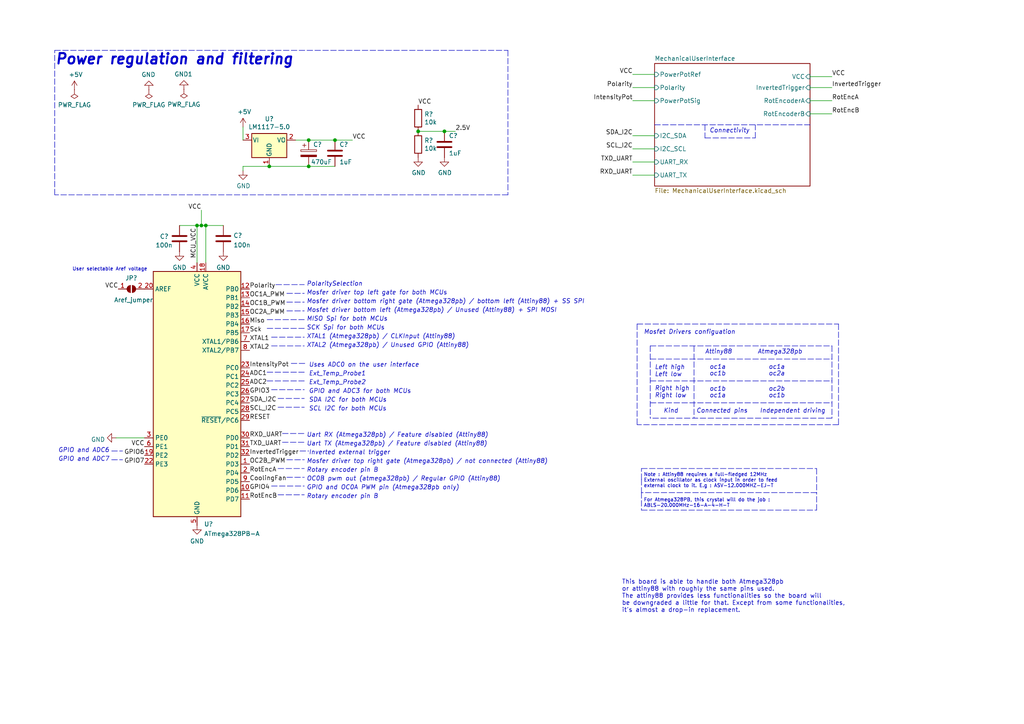
<source format=kicad_sch>
(kicad_sch (version 20211123) (generator eeschema)
  (paper "A4")
  (lib_symbols
    (symbol "Device:C" (pin_numbers hide) (pin_names (offset 0.254))
      (property "Reference" "C" (at 0.635 2.54 0))
      (property "Value" "C" (at 0.635 -2.54 0))
      (symbol "C_0_1"
        (polyline (pts (xy -2.032 -0.762) (xy 2.032 -0.762)) (stroke (width 0.508)))
        (polyline (pts (xy -2.032 0.762) (xy 2.032 0.762)) (stroke (width 0.508)))
      )
      (symbol "C_1_1"
        (pin passive line (at 0 3.81 270) (length 2.794) (name "~") (number "1"))
        (pin passive line (at 0 -3.81 90) (length 2.794) (name "~") (number "2"))
      )
    )
    (symbol "Device:CP" (pin_numbers hide) (pin_names (offset 0.254))
      (property "Reference" "C" (at 0.635 2.54 0))
      (property "Value" "Device_CP" (at 0.635 -2.54 0))
      (symbol "CP_0_1"
        (rectangle (start -2.286 0.508) (end 2.286 1.016))
        (polyline (pts (xy -1.778 2.286) (xy -0.762 2.286)))
        (polyline (pts (xy -1.27 2.794) (xy -1.27 1.778)))
        (rectangle (start 2.286 -0.508) (end -2.286 -1.016) (fill (type outline)))
      )
      (symbol "CP_1_1"
        (pin passive line (at 0 3.81 270) (length 2.794) (name "~") (number "1"))
        (pin passive line (at 0 -3.81 90) (length 2.794) (name "~") (number "2"))
      )
    )
    (symbol "Device:R" (pin_numbers hide) (pin_names (offset 0))
      (property "Reference" "R" (at 2.032 0 90))
      (property "Value" "R" (at 0 0 90))
      (symbol "R_0_1"
        (rectangle (start -1.016 -2.54) (end 1.016 2.54) (stroke (width 0.254)))
      )
      (symbol "R_1_1"
        (pin passive line (at 0 3.81 270) (length 1.27) (name "~") (number "1"))
        (pin passive line (at 0 -3.81 90) (length 1.27) (name "~") (number "2"))
      )
    )
    (symbol "Jumper:SolderJumper_2_Open" (pin_names (offset 0) hide)
      (property "Reference" "JP" (at 0 2.032 0))
      (property "Value" "SolderJumper_2_Open" (at 0 -2.54 0))
      (symbol "SolderJumper_2_Open_0_1"
        (arc (start -0.254 1.016) (mid -1.27 0) (end -0.254 -1.016))
        (arc (start -0.254 1.016) (mid -1.27 0) (end -0.254 -1.016) (fill (type outline)))
        (polyline (pts (xy -0.254 1.016) (xy -0.254 -1.016)))
        (polyline (pts (xy 0.254 1.016) (xy 0.254 -1.016)))
        (arc (start 0.254 -1.016) (mid 1.27 0) (end 0.254 1.016))
        (arc (start 0.254 -1.016) (mid 1.27 0) (end 0.254 1.016) (fill (type outline)))
      )
      (symbol "SolderJumper_2_Open_1_1"
        (pin passive line (at -3.81 0 0) (length 2.54) (name "A") (number "1"))
        (pin passive line (at 3.81 0 180) (length 2.54) (name "B") (number "2"))
      )
    )
    (symbol "MCU_Microchip_ATmega:ATmega328PB-A"
      (property "Reference" "U" (at -12.7 36.83 0))
      (property "Value" "ATmega328PB-A" (at 2.54 -36.83 0))
      (symbol "ATmega328PB-A_0_1"
        (rectangle (start -12.7 -35.56) (end 12.7 35.56) (stroke (width 0.254)) (fill (type background)))
      )
      (symbol "ATmega328PB-A_1_1"
        (pin bidirectional line (at 15.24 -20.32 180) (length 2.54) (name "PD3") (number "1"))
        (pin bidirectional line (at 15.24 -27.94 180) (length 2.54) (name "PD6") (number "10"))
        (pin bidirectional line (at 15.24 -30.48 180) (length 2.54) (name "PD7") (number "11"))
        (pin bidirectional line (at 15.24 30.48 180) (length 2.54) (name "PB0") (number "12"))
        (pin bidirectional line (at 15.24 27.94 180) (length 2.54) (name "PB1") (number "13"))
        (pin bidirectional line (at 15.24 25.4 180) (length 2.54) (name "PB2") (number "14"))
        (pin bidirectional line (at 15.24 22.86 180) (length 2.54) (name "PB3") (number "15"))
        (pin bidirectional line (at 15.24 20.32 180) (length 2.54) (name "PB4") (number "16"))
        (pin bidirectional line (at 15.24 17.78 180) (length 2.54) (name "PB5") (number "17"))
        (pin power_in line (at 2.54 38.1 270) (length 2.54) (name "AVCC") (number "18"))
        (pin bidirectional line (at -15.24 -17.78 0) (length 2.54) (name "PE2") (number "19"))
        (pin bidirectional line (at 15.24 -22.86 180) (length 2.54) (name "PD4") (number "2"))
        (pin passive line (at -15.24 30.48 0) (length 2.54) (name "AREF") (number "20"))
        (pin passive line (at 0 -38.1 90) (length 2.54) hide (name "GND") (number "21"))
        (pin bidirectional line (at -15.24 -20.32 0) (length 2.54) (name "PE3") (number "22"))
        (pin bidirectional line (at 15.24 7.62 180) (length 2.54) (name "PC0") (number "23"))
        (pin bidirectional line (at 15.24 5.08 180) (length 2.54) (name "PC1") (number "24"))
        (pin bidirectional line (at 15.24 2.54 180) (length 2.54) (name "PC2") (number "25"))
        (pin bidirectional line (at 15.24 0 180) (length 2.54) (name "PC3") (number "26"))
        (pin bidirectional line (at 15.24 -2.54 180) (length 2.54) (name "PC4") (number "27"))
        (pin bidirectional line (at 15.24 -5.08 180) (length 2.54) (name "PC5") (number "28"))
        (pin bidirectional line (at 15.24 -7.62 180) (length 2.54) (name "~{RESET}/PC6") (number "29"))
        (pin bidirectional line (at -15.24 -12.7 0) (length 2.54) (name "PE0") (number "3"))
        (pin bidirectional line (at 15.24 -12.7 180) (length 2.54) (name "PD0") (number "30"))
        (pin bidirectional line (at 15.24 -15.24 180) (length 2.54) (name "PD1") (number "31"))
        (pin bidirectional line (at 15.24 -17.78 180) (length 2.54) (name "PD2") (number "32"))
        (pin power_in line (at 0 38.1 270) (length 2.54) (name "VCC") (number "4"))
        (pin power_in line (at 0 -38.1 90) (length 2.54) (name "GND") (number "5"))
        (pin bidirectional line (at -15.24 -15.24 0) (length 2.54) (name "PE1") (number "6"))
        (pin bidirectional line (at 15.24 15.24 180) (length 2.54) (name "XTAL1/PB6") (number "7"))
        (pin bidirectional line (at 15.24 12.7 180) (length 2.54) (name "XTAL2/PB7") (number "8"))
        (pin bidirectional line (at 15.24 -25.4 180) (length 2.54) (name "PD5") (number "9"))
      )
    )
    (symbol "Regulator_Linear:LM1117-5.0" (pin_names (offset 0.254))
      (property "Reference" "U" (at -3.81 3.175 0))
      (property "Value" "LM1117-5.0" (at 0 3.175 0))
      (symbol "LM1117-5.0_0_1"
        (rectangle (start -5.08 -5.08) (end 5.08 1.905) (stroke (width 0.254)) (fill (type background)))
      )
      (symbol "LM1117-5.0_1_1"
        (pin power_in line (at 0 -7.62 90) (length 2.54) (name "GND") (number "1"))
        (pin power_out line (at 7.62 0 180) (length 2.54) (name "VO") (number "2"))
        (pin power_in line (at -7.62 0 0) (length 2.54) (name "VI") (number "3"))
      )
    )
    (symbol "power:+5V" (power) (pin_names (offset 0))
      (property "Value" "+5V" (at 0 3.556 0))
      (symbol "+5V_0_1"
        (polyline (pts (xy -0.762 1.27) (xy 0 2.54)))
        (polyline (pts (xy 0 0) (xy 0 2.54)))
        (polyline (pts (xy 0 2.54) (xy 0.762 1.27)))
      )
      (symbol "+5V_1_1"
        (pin power_in line (at 0 0 90) (length 0) hide (name "+5V") (number "1"))
      )
    )
    (symbol "power:GND" (power) (pin_names (offset 0))
      (property "Value" "GND" (at 0 -3.81 0))
      (symbol "GND_0_1"
        (polyline (pts (xy 0 0) (xy 0 -1.27) (xy 1.27 -1.27) (xy 0 -2.54) (xy -1.27 -1.27) (xy 0 -1.27)))
      )
      (symbol "GND_1_1"
        (pin power_in line (at 0 0 270) (length 0) hide (name "GND") (number "1"))
      )
    )
    (symbol "power:GND1" (power) (pin_names (offset 0))
      (property "Value" "GND1" (at 0 -3.81 0))
      (symbol "GND1_0_1"
        (polyline (pts (xy 0 0) (xy 0 -1.27) (xy 1.27 -1.27) (xy 0 -2.54) (xy -1.27 -1.27) (xy 0 -1.27)))
      )
      (symbol "GND1_1_1"
        (pin power_in line (at 0 0 270) (length 0) hide (name "GND1") (number "1"))
      )
    )
    (symbol "power:PWR_FLAG" (power) (pin_numbers hide) (pin_names (offset 0) hide)
      (property "Value" "PWR_FLAG" (at 0 3.81 0))
      (symbol "PWR_FLAG_0_0"
        (pin power_out line (at 0 0 90) (length 0) (name "pwr") (number "1"))
      )
      (symbol "PWR_FLAG_0_1"
        (polyline (pts (xy 0 0) (xy 0 1.27) (xy -1.016 1.905) (xy 0 2.54) (xy 1.016 1.905) (xy 0 1.27)))
      )
    )
  )
  (junction (at 97.155 40.64))
  (junction (at 128.905 38.1))
  (junction (at 121.285 38.1))
  (junction (at 59.69 65.405))
  (junction (at 89.535 40.64))
  (junction (at 57.15 65.405))
  (junction (at 89.535 48.26))
  (junction (at 78.105 48.26))
  (junction (at 58.42 65.405))
  (wire (pts (xy 183.515 21.59) (xy 189.865 21.59)))
  (polyline (pts (xy 236.855 135.89) (xy 236.855 142.875)))
  (wire (pts (xy 70.485 36.83) (xy 70.485 40.64)))
  (wire (pts (xy 183.515 25.4) (xy 189.865 25.4)))
  (wire (pts (xy 57.15 65.405) (xy 58.42 65.405)))
  (wire (pts (xy 58.42 65.405) (xy 59.69 65.405)))
  (polyline (pts (xy 15.875 14.605) (xy 147.32 14.605)))
  (wire (pts (xy 33.655 127) (xy 41.91 127)))
  (polyline (pts (xy 83.185 138.43) (xy 88.265 138.43)))
  (polyline (pts (xy 32.385 133.35) (xy 35.56 133.35)))
  (polyline (pts (xy 32.385 130.81) (xy 35.56 130.81)))
  (polyline (pts (xy 80.645 143.51) (xy 88.265 143.51)))
  (wire (pts (xy 58.42 60.96) (xy 58.42 65.405)))
  (polyline (pts (xy 77.47 95.25) (xy 88.265 95.25)))
  (wire (pts (xy 241.3 29.21) (xy 234.95 29.21)))
  (polyline (pts (xy 80.645 115.57) (xy 88.265 115.57)))
  (polyline (pts (xy 188.595 110.49) (xy 241.3 110.49)))
  (polyline (pts (xy 80.645 118.11) (xy 88.265 118.11)))
  (polyline (pts (xy 78.74 113.03) (xy 88.265 113.03)))
  (polyline (pts (xy 241.3 100.33) (xy 241.3 121.285)))
  (wire (pts (xy 128.905 38.1) (xy 132.08 38.1)))
  (polyline (pts (xy 219.075 40.005) (xy 219.075 36.195)))
  (wire (pts (xy 70.485 48.26) (xy 78.105 48.26)))
  (polyline (pts (xy 78.74 100.33) (xy 88.265 100.33)))
  (polyline (pts (xy 81.915 125.73) (xy 88.265 125.73)))
  (polyline (pts (xy 81.915 128.27) (xy 88.265 128.27)))
  (wire (pts (xy 183.515 29.21) (xy 189.865 29.21)))
  (wire (pts (xy 183.515 39.37) (xy 189.865 39.37)))
  (polyline (pts (xy 201.295 100.33) (xy 201.295 121.285)))
  (wire (pts (xy 64.77 65.405) (xy 59.69 65.405)))
  (polyline (pts (xy 236.855 142.875) (xy 186.055 142.875)))
  (polyline (pts (xy 78.74 140.97) (xy 88.265 140.97)))
  (wire (pts (xy 189.865 46.99) (xy 183.515 46.99)))
  (polyline (pts (xy 186.055 139.065) (xy 186.055 135.89)))
  (polyline (pts (xy 243.205 93.98) (xy 243.205 123.19)))
  (polyline (pts (xy 15.875 56.515) (xy 15.875 14.605)))
  (polyline (pts (xy 189.865 36.195) (xy 234.95 36.195)))
  (polyline (pts (xy 77.47 92.71) (xy 88.265 92.71)))
  (wire (pts (xy 85.725 40.64) (xy 89.535 40.64)))
  (polyline (pts (xy 184.785 93.98) (xy 184.785 123.19)))
  (wire (pts (xy 78.105 48.26) (xy 89.535 48.26)))
  (polyline (pts (xy 83.185 85.09) (xy 88.265 85.09)))
  (polyline (pts (xy 78.74 97.79) (xy 88.265 97.79)))
  (wire (pts (xy 121.285 38.1) (xy 128.905 38.1)))
  (polyline (pts (xy 241.3 121.285) (xy 188.595 121.285)))
  (wire (pts (xy 183.515 43.18) (xy 189.865 43.18)))
  (polyline (pts (xy 80.01 82.55) (xy 88.265 82.55)))
  (polyline (pts (xy 147.32 14.605) (xy 147.32 56.515)))
  (wire (pts (xy 241.3 33.02) (xy 234.95 33.02)))
  (polyline (pts (xy 147.32 56.515) (xy 15.875 56.515)))
  (polyline (pts (xy 186.055 139.065) (xy 186.055 142.875)))
  (polyline (pts (xy 77.47 110.49) (xy 88.265 110.49)))
  (polyline (pts (xy 83.185 90.17) (xy 88.265 90.17)))
  (polyline (pts (xy 184.785 93.98) (xy 243.205 93.98)))
  (wire (pts (xy 97.155 40.64) (xy 102.235 40.64)))
  (polyline (pts (xy 186.055 147.955) (xy 236.855 147.955)))
  (wire (pts (xy 234.95 22.225) (xy 241.3 22.225)))
  (wire (pts (xy 57.15 65.405) (xy 57.15 76.2)))
  (wire (pts (xy 70.485 49.53) (xy 70.485 48.26)))
  (wire (pts (xy 189.865 50.8) (xy 183.515 50.8)))
  (polyline (pts (xy 243.205 123.19) (xy 184.785 123.19)))
  (polyline (pts (xy 188.595 104.14) (xy 241.3 104.14)))
  (polyline (pts (xy 83.185 87.63) (xy 88.265 87.63)))
  (wire (pts (xy 241.3 25.4) (xy 234.95 25.4)))
  (polyline (pts (xy 84.455 105.41) (xy 88.9 105.41)))
  (polyline (pts (xy 186.055 142.875) (xy 186.055 147.955)))
  (wire (pts (xy 89.535 48.26) (xy 97.155 48.26)))
  (polyline (pts (xy 188.595 100.33) (xy 188.595 121.285)))
  (polyline (pts (xy 77.47 107.95) (xy 88.265 107.95)))
  (polyline (pts (xy 204.47 36.195) (xy 204.47 40.005)))
  (polyline (pts (xy 236.855 147.955) (xy 236.855 142.875)))
  (wire (pts (xy 89.535 40.64) (xy 97.155 40.64)))
  (polyline (pts (xy 80.645 135.89) (xy 88.265 135.89)))
  (polyline (pts (xy 204.47 40.005) (xy 219.075 40.005)))
  (polyline (pts (xy 188.595 116.84) (xy 241.3 116.84)))
  (polyline (pts (xy 188.595 100.33) (xy 241.3 100.33)))
  (polyline (pts (xy 83.185 133.35) (xy 88.265 133.35)))
  (polyline (pts (xy 86.995 130.81) (xy 89.535 130.81)))
  (wire (pts (xy 52.07 65.405) (xy 57.15 65.405)))
  (wire (pts (xy 59.69 65.405) (xy 59.69 76.2)))
  (polyline (pts (xy 186.055 135.89) (xy 236.855 135.89)))
  (text "GPIO and ADC7" (at 31.75 133.985 180) (effects (font (size 1.27 1.27) italic) (justify right bottom)))
  (text "oc1a" (at 222.885 107.315 0) (effects (font (size 1.27 1.27) italic) (justify left bottom)))
  (text "Rotary encoder pin B" (at 88.9 144.78 0) (effects (font (size 1.27 1.27) italic) (justify left bottom)))
  (text "PolaritySelection " (at 88.9 83.185 0) (effects (font (size 1.27 1.27) italic) (justify left bottom)))
  (text "User selectable Aref voltage" (at 20.955 78.74 0) (effects (font (size 1 1)) (justify left bottom)))
  (text "oc2a" (at 222.885 109.22 0) (effects (font (size 1.27 1.27) italic) (justify left bottom)))
  (text "OC0B pwm out (atmega328pb) / Regular GPIO (Attiny88)" (at 88.9 139.7 0) (effects (font (size 1.27 1.27) italic) (justify left bottom)))
  (text "GPIO and ADC6" (at 31.75 131.445 180) (effects (font (size 1.27 1.27) italic) (justify right bottom)))
  (text "Atmega328pb" (at 219.71 102.87 0) (effects (font (size 1.27 1.27) italic) (justify left bottom)))
  (text "oc1b" (at 205.74 113.665 0) (effects (font (size 1.27 1.27) italic) (justify left bottom)))
  (text "This board is able to handle both Atmega328pb\nor attiny88 with roughly the same pins used.\nThe attiny88 provides less functionalities so the board will\nbe downgraded a little for that. Except from some functionalities, \nit's almost a drop-in replacement." (at 180.34 177.8 0) (effects (font (size 1.27 1.27)) (justify left bottom)))
  (text "XTAL2 (Atmega328pb) / Unused GPIO (Attiny88)" (at 88.9 100.965 0) (effects (font (size 1.27 1.27) italic) (justify left bottom)))
  (text "Mosfet driver bottom left (Atmega328pb) / Unused (Attiny88) + SPI MOSI" (at 88.9 90.805 0) (effects (font (size 1.27 1.27) italic) (justify left bottom)))
  (text "Uses ADC0 on the user interface" (at 89.535 106.68 0) (effects (font (size 1.27 1.27) italic) (justify left bottom)))
  (text "Rotary encoder pin B" (at 88.9 137.16 0) (effects (font (size 1.27 1.27) italic) (justify left bottom)))
  (text "For Atmega328PB, this crystal will do the job :\nABLS-20.000MHz-16-A-4-H-T" (at 186.69 147.32 0) (effects (font (size 1 1)) (justify left bottom)))
  (text "Inverted external trigger " (at 89.535 132.08 0) (effects (font (size 1.27 1.27) italic) (justify left bottom)))
  (text "Connected pins" (at 201.93 120.015 0) (effects (font (size 1.27 1.27) italic) (justify left bottom)))
  (text "oc1b" (at 222.885 115.57 0) (effects (font (size 1.27 1.27) italic) (justify left bottom)))
  (text "Connectivity" (at 205.74 38.735 0) (effects (font (size 1.27 1.27) italic) (justify left bottom)))
  (text "SDA I2C for both MCUs" (at 89.535 116.84 0) (effects (font (size 1.27 1.27) italic) (justify left bottom)))
  (text "MISO Spi for both MCUs" (at 88.9 93.345 0) (effects (font (size 1.27 1.27) italic) (justify left bottom)))
  (text "GPIO and OC0A PWM pin (Atmega328pb only)" (at 88.9 142.24 0) (effects (font (size 1.27 1.27) italic) (justify left bottom)))
  (text "Uart TX (Atmega328pb) / Feature disabled (Attiny88)" (at 88.9 129.54 0) (effects (font (size 1.27 1.27) italic) (justify left bottom)))
  (text "Mosfer driver bottom right gate (Atmega328pb) / bottom left (Attiny88) + SS SPI" (at 88.9 88.265 0) (effects (font (size 1.27 1.27) italic) (justify left bottom)))
  (text "Mosfet Drivers configuation " (at 186.69 97.155 0) (effects (font (size 1.27 1.27) italic) (justify left bottom)))
  (text "Left high\nLeft low\n\nRight high	\nRight low" (at 189.865 115.57 0) (effects (font (size 1.27 1.27) italic) (justify left bottom)))
  (text "Mosfer driver top left gate for both MCUs" (at 88.9 85.725 0) (effects (font (size 1.27 1.27) italic) (justify left bottom)))
  (text "Ext_Temp_Probe2" (at 89.535 111.76 0) (effects (font (size 1.27 1.27) italic) (justify left bottom)))
  (text "Mosfer driver top right gate (Atmega328pb) / not connected (Attiny88)" (at 88.9 134.62 0) (effects (font (size 1.27 1.27) italic) (justify left bottom)))
  (text "XTAL1 (Atmega328pb) / CLKInput (Attiny88)" (at 88.9 98.425 0) (effects (font (size 1.27 1.27) italic) (justify left bottom)))
  (text "Power regulation and filtering" (at 15.875 19.05 0) (effects (font (size 2.9972 2.9972) (thickness 0.5994) bold italic) (justify left bottom)))
  (text "GPIO and ADC3 for both MCUs" (at 89.535 114.3 0) (effects (font (size 1.27 1.27) italic) (justify left bottom)))
  (text "SCK Spi for both MCUs" (at 88.9 95.885 0) (effects (font (size 1.27 1.27) italic) (justify left bottom)))
  (text "Ext_Temp_Probe1" (at 89.535 109.22 0) (effects (font (size 1.27 1.27) italic) (justify left bottom)))
  (text "Independent driving" (at 220.345 120.015 0) (effects (font (size 1.27 1.27) italic) (justify left bottom)))
  (text "Note : Attiny88 requires a full-fledged 12MHz\nExternal oscillator as clock input in order to feed\nexternal clock to it. E.g : ASV-12.000MHZ-EJ-T" (at 186.69 141.605 0) (effects (font (size 1 1)) (justify left bottom)))
  (text "Attiny88" (at 204.47 102.87 0) (effects (font (size 1.27 1.27) italic) (justify left bottom)))
  (text "oc1a" (at 205.74 107.315 0) (effects (font (size 1.27 1.27) italic) (justify left bottom)))
  (text "oc2b" (at 222.885 113.665 0) (effects (font (size 1.27 1.27) italic) (justify left bottom)))
  (text "Kind" (at 192.405 120.015 0) (effects (font (size 1.27 1.27) italic) (justify left bottom)))
  (text "Uart RX (Atmega328pb) / Feature disabled (Attiny88)" (at 88.9 127 0) (effects (font (size 1.27 1.27) italic) (justify left bottom)))
  (text "oc1b" (at 205.74 109.22 0) (effects (font (size 1.27 1.27) italic) (justify left bottom)))
  (text "SCL I2C for both MCUs" (at 89.535 119.38 0) (effects (font (size 1.27 1.27) italic) (justify left bottom)))
  (text "oc1a" (at 205.74 115.57 0) (effects (font (size 1.27 1.27) italic) (justify left bottom)))
  (label "RotEncA" (at 241.3 29.21 0))
  (label "GPIO3" (at 72.39 114.3 0))
  (label "TXD_UART" (at 183.515 46.99 180))
  (label "VCC" (at 183.515 21.59 180))
  (label "IntensityPot" (at 72.39 106.68 0))
  (label "RXD_UART" (at 72.39 127 0))
  (label "GPIO6" (at 41.91 132.08 180))
  (label "OC1A_PWM" (at 72.39 86.36 0))
  (label "VCC" (at 58.42 60.96 180))
  (label "InvertedTrigger" (at 72.39 132.08 0))
  (label "XTAL2" (at 72.39 101.6 0))
  (label "RXD_UART" (at 183.515 50.8 180))
  (label "RotEncB" (at 241.3 33.02 0))
  (label "VCC" (at 241.3 22.225 0))
  (label "GPIO4" (at 72.39 142.24 0))
  (label "Sck" (at 72.39 96.52 0))
  (label "SDA_I2C" (at 72.39 116.84 0))
  (label "Polarity" (at 72.39 83.82 0))
  (label "IntensityPot" (at 183.515 29.21 180))
  (label "MCU_VCC" (at 57.15 74.93 90))
  (label "2.5V" (at 132.08 38.1 0))
  (label "SCL_I2C" (at 183.515 43.18 180))
  (label "VCC" (at 34.29 83.82 180))
  (label "OC2B_PWM" (at 72.39 134.62 0))
  (label "RotEncA" (at 72.39 137.16 0))
  (label "XTAL1" (at 72.39 99.06 0))
  (label "VCC" (at 102.235 40.64 0))
  (label "InvertedTrigger" (at 241.3 25.4 0))
  (label "RESET" (at 72.39 121.92 0))
  (label "Miso" (at 72.39 93.98 0))
  (label "CoolingFan" (at 72.39 139.7 0))
  (label "SDA_I2C" (at 183.515 39.37 180))
  (label "VCC" (at 121.285 30.48 0))
  (label "ADC1" (at 72.39 109.22 0))
  (label "Polarity" (at 183.515 25.4 180))
  (label "ADC2" (at 72.39 111.76 0))
  (label "RotEncB" (at 72.39 144.78 0))
  (label "OC1B_PWM" (at 72.39 88.9 0))
  (label "OC2A_PWM" (at 72.39 91.44 0))
  (label "TXD_UART" (at 72.39 129.54 0))
  (label "VCC" (at 41.91 129.54 180))
  (label "GPIO7" (at 41.91 134.62 180))
  (label "SCL_I2C" (at 72.39 119.38 0))
  (symbol (lib_id "power:GND") (at 52.07 73.025 0) (unit 1)
    (property "Reference" "#PWR0102" (effects hide))
    (property "Value" "GND" (at 52.07 77.5875 0))
  )
  (symbol (lib_id "Device:C") (at 64.77 69.215 0) (unit 1)
    (property "Reference" "C?" (at 67.691 68.3065 0) (effects (justify left)))
    (property "Value" "100n" (at 67.691 71.0816 0) (effects (justify left)))
  )
  (symbol (lib_id "power:GND") (at 43.18 26.035 180) (unit 1)
    (property "Reference" "#PWR0108" (effects hide))
    (property "Value" "GND" (at 43.053 21.6408 0))
  )
  (symbol (lib_id "power:PWR_FLAG") (at 43.18 26.035 180) (unit 1)
    (property "Reference" "#FLG0101" (effects hide))
    (property "Value" "PWR_FLAG" (at 43.18 30.4292 0))
  )
  (symbol (lib_id "power:+5V") (at 21.59 26.035 0) (unit 1)
    (property "Reference" "#PWR0109" (effects hide))
    (property "Value" "+5V" (at 21.971 21.6408 0))
  )
  (symbol (lib_id "power:GND") (at 70.485 49.53 0) (unit 1)
    (property "Reference" "#PWR0105" (effects hide))
    (property "Value" "GND" (at 70.612 53.9242 0))
  )
  (symbol (lib_id "Device:C") (at 52.07 69.215 0) (unit 1)
    (property "Reference" "C?" (at 46.355 68.58 0) (effects (justify left)))
    (property "Value" "100n" (at 45.085 71.12 0) (effects (justify left)))
  )
  (symbol (lib_id "power:PWR_FLAG") (at 53.34 25.908 180) (unit 1)
    (property "Reference" "#FLG0102" (effects hide))
    (property "Value" "PWR_FLAG" (at 53.34 30.3022 0))
  )
  (symbol (lib_id "power:GND") (at 128.905 45.72 0) (unit 1)
    (property "Reference" "#PWR0110" (effects hide))
    (property "Value" "GND" (at 129.032 50.1142 0))
  )
  (symbol (lib_id "power:GND") (at 57.15 152.4 0) (unit 1)
    (property "Reference" "#PWR0104" (effects hide))
    (property "Value" "GND" (at 57.15 156.9625 0))
  )
  (symbol (lib_id "power:GND") (at 33.655 127 270) (unit 1)
    (property "Reference" "#PWR0101" (effects hide))
    (property "Value" "GND" (at 30.4801 127.479 90) (effects (justify right)))
  )
  (symbol (lib_id "Device:R") (at 121.285 41.91 0) (unit 1)
    (property "Reference" "R?" (at 123.063 40.7416 0) (effects (justify left)))
    (property "Value" "10k" (at 123.063 43.053 0) (effects (justify left)))
    (property "Footprint" "Resistor_SMD:R_1206_3216Metric_Pad1.30x1.75mm_HandSolder" (effects hide))
  )
  (symbol (lib_id "MCU_Microchip_ATmega:ATmega328PB-A") (at 57.15 114.3 0) (unit 1)
    (property "Reference" "U?" (at 59.1694 152.0095 0) (effects (justify left)))
    (property "Value" "ATmega328PB-A" (at 59.1694 154.7846 0) (effects (justify left)))
    (property "Footprint" "Package_QFP:TQFP-32_7x7mm_P0.8mm" (effects hide))
    (property "Datasheet" "http://ww1.microchip.com/downloads/en/DeviceDoc/40001906C.pdf" (effects hide))
  )
  (symbol (lib_id "Regulator_Linear:LM1117-5.0") (at 78.105 40.64 0) (unit 1)
    (property "Reference" "U?" (at 78.105 34.4932 0))
    (property "Value" "LM1117-5.0" (at 78.105 36.8046 0))
    (property "Footprint" "Package_TO_SOT_SMD:SOT-223-3_TabPin2" (effects hide))
    (property "Datasheet" "http://www.ti.com/lit/ds/symlink/lm1117.pdf" (effects hide))
  )
  (symbol (lib_id "power:GND1") (at 53.34 25.908 180) (unit 1)
    (property "Reference" "#PWR0106" (effects hide))
    (property "Value" "GND1" (at 53.213 21.5138 0))
  )
  (symbol (lib_id "power:GND") (at 64.77 73.025 0) (unit 1)
    (property "Reference" "#PWR0103" (effects hide))
    (property "Value" "GND" (at 64.77 77.5875 0))
  )
  (symbol (lib_id "Device:R") (at 121.285 34.29 0) (unit 1)
    (property "Reference" "R?" (at 123.063 33.1216 0) (effects (justify left)))
    (property "Value" "10k" (at 123.063 35.433 0) (effects (justify left)))
    (property "Footprint" "Resistor_SMD:R_1206_3216Metric_Pad1.30x1.75mm_HandSolder" (effects hide))
  )
  (symbol (lib_id "power:GND") (at 121.285 45.72 0) (unit 1)
    (property "Reference" "#PWR0111" (effects hide))
    (property "Value" "GND" (at 121.412 50.1142 0))
  )
  (symbol (lib_id "Device:C") (at 97.155 44.45 0) (unit 1)
    (property "Reference" "C?" (at 98.425 41.91 0) (effects (justify left)))
    (property "Value" "1uF" (at 98.425 46.99 0) (effects (justify left)))
    (property "Footprint" "Capacitor_SMD:C_1206_3216Metric_Pad1.33x1.80mm_HandSolder" (effects hide))
  )
  (symbol (lib_id "Device:C") (at 128.905 41.91 0) (unit 1)
    (property "Reference" "C?" (at 130.175 39.37 0) (effects (justify left)))
    (property "Value" "1uF" (at 130.175 44.45 0) (effects (justify left)))
    (property "Footprint" "Capacitor_SMD:C_1206_3216Metric_Pad1.33x1.80mm_HandSolder" (effects hide))
  )
  (symbol (lib_id "power:PWR_FLAG") (at 21.59 26.035 180) (unit 1)
    (property "Reference" "#FLG0103" (effects hide))
    (property "Value" "PWR_FLAG" (at 21.59 30.4292 0))
  )
  (symbol (lib_id "Jumper:SolderJumper_2_Open") (at 38.1 83.82 0) (unit 1)
    (property "Reference" "JP?" (at 38.1 80.645 0))
    (property "Value" "Aref_jumper" (at 38.735 86.995 0))
  )
  (symbol (lib_id "Device:CP") (at 89.535 44.45 0) (unit 1)
    (property "Reference" "C?" (at 90.805 41.91 0) (effects (justify left)))
    (property "Value" "470uF" (at 90.17 46.99 0) (effects (justify left)))
    (property "Footprint" "Capacitor_SMD:CP_Elec_10x10" (effects hide))
  )
  (symbol (lib_id "power:+5V") (at 70.485 36.83 0) (unit 1)
    (property "Reference" "#PWR0107" (effects hide))
    (property "Value" "+5V" (at 70.866 32.4358 0))
  )
  (sheet (at 189.865 18.415) (size 45.085 35.56) (stroke (width 0.1524))
    (property "Sheet name" "MechanicalUserInterface" (at 189.865 17.7034 0) (effects (justify left bottom)))
    (property "Sheet file" "MechanicalUserInterface.kicad_sch" (at 189.865 54.5596 0) (effects (justify left top)))
    (pin "Polarity" input (at 189.865 25.4 180))
    (pin "PowerPotSig" input (at 189.865 29.21 180))
    (pin "PowerPotRef" input (at 189.865 21.59 180))
    (pin "InvertedTrigger" input (at 234.95 25.4 0))
    (pin "RotEncoderA" input (at 234.95 29.21 0))
    (pin "I2C_SDA" input (at 189.865 39.37 180))
    (pin "I2C_SCL" input (at 189.865 43.18 180))
    (pin "VCC" input (at 234.95 22.225 0))
    (pin "UART_RX" input (at 189.865 46.99 180))
    (pin "UART_TX" input (at 189.865 50.8 180))
    (pin "RotEncoderB" input (at 234.95 33.02 0))
  )
)
</source>
